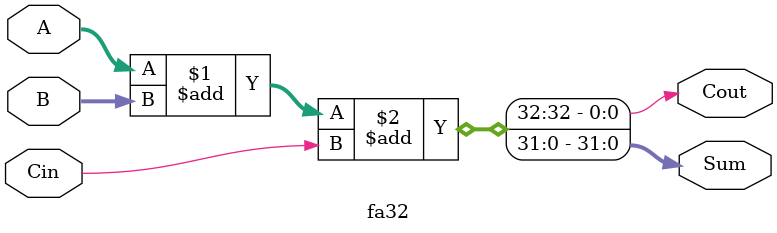
<source format=v>
`timescale 1ns / 1ps
module ALU_32(A_in , B_in , ALU_ctrl , ALU_out , carry_out , zero , overflow );
// Define I/O 
input[31:0] A_in;
input[31:0] B_in;
input [3:0] ALU_ctrl;
output[31:0] ALU_out;
output carry_out;
output zero;
output overflow;

reg [31:0] result;
reg carry_out = 0;
reg zero = 0;
reg overflow = 0;


assign ALU_out = result;
always @(ALU_ctrl or A_in or B_in)
begin
    carry_out = 0;
    zero = 0;
    overflow =0;
    case( ALU_ctrl)
        4'b0000 : result = A_in & B_in; //BITWISE AND
        4'b0001 : result = A_in | B_in;//BITWISE OR
        4'b0010 : {carry_out, result} = $signed(A_in) + $signed(B_in);//ADD
        4'b0110 : {carry_out, result} = $signed(A_in) - $signed(B_in);//SUBTRACT
        4'b0111 : if($signed(A_in)<$signed(B_in))//set less-than
                begin
                    result = 32'b1;
                end
           else
                begin
                    result = 32'b0;
                end
        4'b1100: result = ~(A_in | B_in); //set NOR 
        4'b1111: if(A_in == B_in)//set equal
                begin
                    result = 32'b1;
                end
           else
                begin
                    result = 32'b0;
                end //EQUAL COMPARISON
    endcase
    if(result == 32'b0)
        begin
            zero = 1;
        end
    else
        begin
            zero = 0;
        end
    if(carry_out == 1'b1)
        begin
            overflow = 1;
        end
    else
        begin
            overflow = 0;
        end
    
end
endmodule // 32-bit ALU
// Module definition
module fa32 (A , B , Cin , Sum , Cout );
// Define I / O signals
input [31:0] A ;
input [31:0] B ;
input Cin ;
output [31:0] Sum ;
output Cout ;
// Describe FA behavior
assign { Cout , Sum } = A + B + Cin ;
endmodule // 32 - bit full adder
</source>
